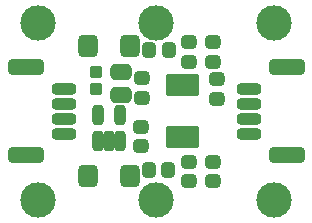
<source format=gbr>
%TF.GenerationSoftware,KiCad,Pcbnew,7.0.7-7.0.7~ubuntu23.04.1*%
%TF.CreationDate,2023-10-02T10:14:17+00:00*%
%TF.ProjectId,TFI2CEXT01,54464932-4345-4585-9430-312e6b696361,REV*%
%TF.SameCoordinates,PX78dfd90PY8290510*%
%TF.FileFunction,Soldermask,Bot*%
%TF.FilePolarity,Negative*%
%FSLAX46Y46*%
G04 Gerber Fmt 4.6, Leading zero omitted, Abs format (unit mm)*
G04 Created by KiCad (PCBNEW 7.0.7-7.0.7~ubuntu23.04.1) date 2023-10-02 10:14:17*
%MOMM*%
%LPD*%
G01*
G04 APERTURE LIST*
G04 Aperture macros list*
%AMRoundRect*
0 Rectangle with rounded corners*
0 $1 Rounding radius*
0 $2 $3 $4 $5 $6 $7 $8 $9 X,Y pos of 4 corners*
0 Add a 4 corners polygon primitive as box body*
4,1,4,$2,$3,$4,$5,$6,$7,$8,$9,$2,$3,0*
0 Add four circle primitives for the rounded corners*
1,1,$1+$1,$2,$3*
1,1,$1+$1,$4,$5*
1,1,$1+$1,$6,$7*
1,1,$1+$1,$8,$9*
0 Add four rect primitives between the rounded corners*
20,1,$1+$1,$2,$3,$4,$5,0*
20,1,$1+$1,$4,$5,$6,$7,0*
20,1,$1+$1,$6,$7,$8,$9,0*
20,1,$1+$1,$8,$9,$2,$3,0*%
G04 Aperture macros list end*
%ADD10C,3.000000*%
%ADD11RoundRect,0.400000X0.200000X0.275000X-0.200000X0.275000X-0.200000X-0.275000X0.200000X-0.275000X0*%
%ADD12RoundRect,0.200000X0.225000X0.725000X-0.225000X0.725000X-0.225000X-0.725000X0.225000X-0.725000X0*%
%ADD13RoundRect,0.366667X-0.458333X-0.583333X0.458333X-0.583333X0.458333X0.583333X-0.458333X0.583333X0*%
%ADD14RoundRect,0.366667X0.458333X0.583333X-0.458333X0.583333X-0.458333X-0.583333X0.458333X-0.583333X0*%
%ADD15RoundRect,0.400000X0.275000X-0.200000X0.275000X0.200000X-0.275000X0.200000X-0.275000X-0.200000X0*%
%ADD16RoundRect,0.200000X-0.350000X0.300000X-0.350000X-0.300000X0.350000X-0.300000X0.350000X0.300000X0*%
%ADD17RoundRect,0.350000X0.700000X-0.150000X0.700000X0.150000X-0.700000X0.150000X-0.700000X-0.150000X0*%
%ADD18RoundRect,0.450000X1.100000X-0.250000X1.100000X0.250000X-1.100000X0.250000X-1.100000X-0.250000X0*%
%ADD19RoundRect,0.350000X0.150000X-0.512500X0.150000X0.512500X-0.150000X0.512500X-0.150000X-0.512500X0*%
%ADD20RoundRect,0.400000X-0.275000X0.200000X-0.275000X-0.200000X0.275000X-0.200000X0.275000X0.200000X0*%
%ADD21RoundRect,0.350000X-0.700000X0.150000X-0.700000X-0.150000X0.700000X-0.150000X0.700000X0.150000X0*%
%ADD22RoundRect,0.450000X-1.100000X0.250000X-1.100000X-0.250000X1.100000X-0.250000X1.100000X0.250000X0*%
%ADD23RoundRect,0.450000X0.475000X-0.250000X0.475000X0.250000X-0.475000X0.250000X-0.475000X-0.250000X0*%
G04 APERTURE END LIST*
D10*
%TO.C,M3*%
X-124246000Y136906000D03*
%TD*%
%TO.C,M4*%
X-124246000Y151906000D03*
%TD*%
%TO.C,M5*%
X-104246000Y151906000D03*
%TD*%
%TO.C,M2*%
X-114246000Y151906000D03*
%TD*%
%TO.C,M6*%
X-104246000Y136906000D03*
%TD*%
%TO.C,M1*%
X-114246000Y136906000D03*
%TD*%
D11*
%TO.C,R4*%
X-113221000Y139446000D03*
X-114871000Y139446000D03*
%TD*%
D12*
%TO.C,U2*%
X-111039000Y142206000D03*
X-111689000Y142206000D03*
X-112339000Y142206000D03*
X-112989000Y142206000D03*
X-112989000Y146606000D03*
X-112339000Y146606000D03*
X-111689000Y146606000D03*
X-111039000Y146606000D03*
%TD*%
D13*
%TO.C,D1*%
X-120046000Y149906000D03*
D14*
X-116446000Y149906000D03*
%TD*%
D15*
%TO.C,C2*%
X-115570000Y141440500D03*
X-115570000Y143090500D03*
%TD*%
D16*
%TO.C,D2*%
X-119380000Y146301000D03*
X-119380000Y147701000D03*
%TD*%
D15*
%TO.C,R5*%
X-109474000Y138494000D03*
X-109474000Y140144000D03*
%TD*%
%TO.C,C3*%
X-115443000Y145580500D03*
X-115443000Y147230500D03*
%TD*%
D17*
%TO.C,J1*%
X-122096000Y142531000D03*
X-122096000Y143781000D03*
X-122096000Y145031000D03*
X-122096000Y146281000D03*
D18*
X-125296000Y140681000D03*
X-125296000Y148131000D03*
%TD*%
D19*
%TO.C,U1*%
X-117287000Y141864500D03*
X-118237000Y141864500D03*
X-119187000Y141864500D03*
X-119187000Y144139500D03*
X-117287000Y144139500D03*
%TD*%
D13*
%TO.C,D3*%
X-120046000Y138906000D03*
D14*
X-116446000Y138906000D03*
%TD*%
D11*
%TO.C,R1*%
X-113195500Y149606000D03*
X-114845500Y149606000D03*
%TD*%
D20*
%TO.C,R6*%
X-109474000Y150278500D03*
X-109474000Y148628500D03*
%TD*%
D15*
%TO.C,R2*%
X-111506000Y138494000D03*
X-111506000Y140144000D03*
%TD*%
D20*
%TO.C,R3*%
X-111506000Y150278500D03*
X-111506000Y148628500D03*
%TD*%
D21*
%TO.C,J3*%
X-106396000Y146281000D03*
X-106396000Y145031000D03*
X-106396000Y143781000D03*
X-106396000Y142531000D03*
D22*
X-103196000Y148131000D03*
X-103196000Y140681000D03*
%TD*%
D23*
%TO.C,C1*%
X-117221000Y145798500D03*
X-117221000Y147698500D03*
%TD*%
D15*
%TO.C,C4*%
X-109093000Y145479000D03*
X-109093000Y147129000D03*
%TD*%
M02*

</source>
